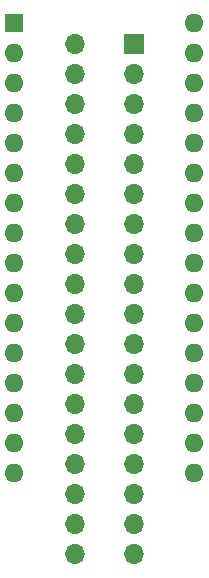
<source format=gbr>
%TF.GenerationSoftware,KiCad,Pcbnew,(6.0.7-1)-1*%
%TF.CreationDate,2023-01-25T15:48:04-08:00*%
%TF.ProjectId,QCard,51436172-642e-46b6-9963-61645f706362,rev?*%
%TF.SameCoordinates,Original*%
%TF.FileFunction,Soldermask,Bot*%
%TF.FilePolarity,Negative*%
%FSLAX46Y46*%
G04 Gerber Fmt 4.6, Leading zero omitted, Abs format (unit mm)*
G04 Created by KiCad (PCBNEW (6.0.7-1)-1) date 2023-01-25 15:48:04*
%MOMM*%
%LPD*%
G01*
G04 APERTURE LIST*
%ADD10R,1.700000X1.700000*%
%ADD11O,1.700000X1.700000*%
%ADD12R,1.600000X1.600000*%
%ADD13O,1.600000X1.600000*%
G04 APERTURE END LIST*
D10*
%TO.C,J1*%
X96500000Y-54000000D03*
D11*
X91500000Y-54000000D03*
X96500000Y-56540000D03*
X91500000Y-56540000D03*
X96500000Y-59080000D03*
X91500000Y-59080000D03*
X96500000Y-61620000D03*
X91500000Y-61620000D03*
X96500000Y-64160000D03*
X91500000Y-64160000D03*
X96500000Y-66700000D03*
X91500000Y-66700000D03*
X96500000Y-69240000D03*
X91500000Y-69240000D03*
X96500000Y-71780000D03*
X91500000Y-71780000D03*
X96500000Y-74320000D03*
X91500000Y-74320000D03*
X96500000Y-76860000D03*
X91500000Y-76860000D03*
X96500000Y-79400000D03*
X91500000Y-79400000D03*
X96500000Y-81940000D03*
X91500000Y-81940000D03*
X96500000Y-84480000D03*
X91500000Y-84480000D03*
X96500000Y-87020000D03*
X91500000Y-87020000D03*
X96500000Y-89560000D03*
X91500000Y-89560000D03*
X96500000Y-92100000D03*
X91500000Y-92100000D03*
X96500000Y-94640000D03*
X91500000Y-94640000D03*
X96500000Y-97180000D03*
X91500000Y-97180000D03*
%TD*%
D12*
%TO.C,J2*%
X86400000Y-52200000D03*
D13*
X86400000Y-54740000D03*
X86400000Y-57280000D03*
X86400000Y-59820000D03*
X86400000Y-62360000D03*
X86400000Y-64900000D03*
X86400000Y-67440000D03*
X86400000Y-69980000D03*
X86400000Y-72520000D03*
X86400000Y-75060000D03*
X86400000Y-77600000D03*
X86400000Y-80140000D03*
X86400000Y-82680000D03*
X86400000Y-85220000D03*
X86400000Y-87760000D03*
X86400000Y-90300000D03*
X101640000Y-90300000D03*
X101640000Y-87760000D03*
X101640000Y-85220000D03*
X101640000Y-82680000D03*
X101640000Y-80140000D03*
X101640000Y-77600000D03*
X101640000Y-75060000D03*
X101640000Y-72520000D03*
X101640000Y-69980000D03*
X101640000Y-67440000D03*
X101640000Y-64900000D03*
X101640000Y-62360000D03*
X101640000Y-59820000D03*
X101640000Y-57280000D03*
X101640000Y-54740000D03*
X101640000Y-52200000D03*
%TD*%
M02*

</source>
